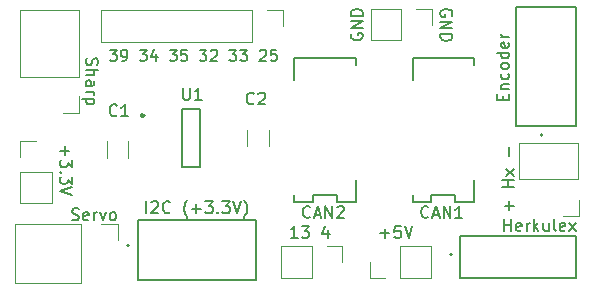
<source format=gbr>
%TF.GenerationSoftware,KiCad,Pcbnew,7.0.11-2.fc39*%
%TF.CreationDate,2024-04-04T23:01:03+02:00*%
%TF.ProjectId,WifiCAN,57696669-4341-44e2-9e6b-696361645f70,rev?*%
%TF.SameCoordinates,Original*%
%TF.FileFunction,Legend,Top*%
%TF.FilePolarity,Positive*%
%FSLAX46Y46*%
G04 Gerber Fmt 4.6, Leading zero omitted, Abs format (unit mm)*
G04 Created by KiCad (PCBNEW 7.0.11-2.fc39) date 2024-04-04 23:01:03*
%MOMM*%
%LPD*%
G01*
G04 APERTURE LIST*
%ADD10C,0.150000*%
%ADD11C,0.120000*%
%ADD12C,0.127000*%
%ADD13C,0.200000*%
%ADD14C,0.250000*%
%ADD15C,0.152400*%
G04 APERTURE END LIST*
D10*
X144840261Y-95424188D02*
X144887880Y-95328950D01*
X144887880Y-95328950D02*
X144887880Y-95186093D01*
X144887880Y-95186093D02*
X144840261Y-95043236D01*
X144840261Y-95043236D02*
X144745023Y-94947998D01*
X144745023Y-94947998D02*
X144649785Y-94900379D01*
X144649785Y-94900379D02*
X144459309Y-94852760D01*
X144459309Y-94852760D02*
X144316452Y-94852760D01*
X144316452Y-94852760D02*
X144125976Y-94900379D01*
X144125976Y-94900379D02*
X144030738Y-94947998D01*
X144030738Y-94947998D02*
X143935500Y-95043236D01*
X143935500Y-95043236D02*
X143887880Y-95186093D01*
X143887880Y-95186093D02*
X143887880Y-95281331D01*
X143887880Y-95281331D02*
X143935500Y-95424188D01*
X143935500Y-95424188D02*
X143983119Y-95471807D01*
X143983119Y-95471807D02*
X144316452Y-95471807D01*
X144316452Y-95471807D02*
X144316452Y-95281331D01*
X143887880Y-95900379D02*
X144887880Y-95900379D01*
X144887880Y-95900379D02*
X143887880Y-96471807D01*
X143887880Y-96471807D02*
X144887880Y-96471807D01*
X143887880Y-96947998D02*
X144887880Y-96947998D01*
X144887880Y-96947998D02*
X144887880Y-97186093D01*
X144887880Y-97186093D02*
X144840261Y-97328950D01*
X144840261Y-97328950D02*
X144745023Y-97424188D01*
X144745023Y-97424188D02*
X144649785Y-97471807D01*
X144649785Y-97471807D02*
X144459309Y-97519426D01*
X144459309Y-97519426D02*
X144316452Y-97519426D01*
X144316452Y-97519426D02*
X144125976Y-97471807D01*
X144125976Y-97471807D02*
X144030738Y-97424188D01*
X144030738Y-97424188D02*
X143935500Y-97328950D01*
X143935500Y-97328950D02*
X143887880Y-97186093D01*
X143887880Y-97186093D02*
X143887880Y-96947998D01*
X115892098Y-98289538D02*
X116480193Y-98289538D01*
X116480193Y-98289538D02*
X116163526Y-98651442D01*
X116163526Y-98651442D02*
X116299241Y-98651442D01*
X116299241Y-98651442D02*
X116389717Y-98696680D01*
X116389717Y-98696680D02*
X116434955Y-98741919D01*
X116434955Y-98741919D02*
X116480193Y-98832395D01*
X116480193Y-98832395D02*
X116480193Y-99058585D01*
X116480193Y-99058585D02*
X116434955Y-99149061D01*
X116434955Y-99149061D02*
X116389717Y-99194300D01*
X116389717Y-99194300D02*
X116299241Y-99239538D01*
X116299241Y-99239538D02*
X116027812Y-99239538D01*
X116027812Y-99239538D02*
X115937336Y-99194300D01*
X115937336Y-99194300D02*
X115892098Y-99149061D01*
X116932574Y-99239538D02*
X117113526Y-99239538D01*
X117113526Y-99239538D02*
X117204003Y-99194300D01*
X117204003Y-99194300D02*
X117249241Y-99149061D01*
X117249241Y-99149061D02*
X117339717Y-99013347D01*
X117339717Y-99013347D02*
X117384955Y-98832395D01*
X117384955Y-98832395D02*
X117384955Y-98470490D01*
X117384955Y-98470490D02*
X117339717Y-98380014D01*
X117339717Y-98380014D02*
X117294479Y-98334776D01*
X117294479Y-98334776D02*
X117204003Y-98289538D01*
X117204003Y-98289538D02*
X117023050Y-98289538D01*
X117023050Y-98289538D02*
X116932574Y-98334776D01*
X116932574Y-98334776D02*
X116887336Y-98380014D01*
X116887336Y-98380014D02*
X116842098Y-98470490D01*
X116842098Y-98470490D02*
X116842098Y-98696680D01*
X116842098Y-98696680D02*
X116887336Y-98787157D01*
X116887336Y-98787157D02*
X116932574Y-98832395D01*
X116932574Y-98832395D02*
X117023050Y-98877633D01*
X117023050Y-98877633D02*
X117204003Y-98877633D01*
X117204003Y-98877633D02*
X117294479Y-98832395D01*
X117294479Y-98832395D02*
X117339717Y-98787157D01*
X117339717Y-98787157D02*
X117384955Y-98696680D01*
X118425432Y-98289538D02*
X119013527Y-98289538D01*
X119013527Y-98289538D02*
X118696860Y-98651442D01*
X118696860Y-98651442D02*
X118832575Y-98651442D01*
X118832575Y-98651442D02*
X118923051Y-98696680D01*
X118923051Y-98696680D02*
X118968289Y-98741919D01*
X118968289Y-98741919D02*
X119013527Y-98832395D01*
X119013527Y-98832395D02*
X119013527Y-99058585D01*
X119013527Y-99058585D02*
X118968289Y-99149061D01*
X118968289Y-99149061D02*
X118923051Y-99194300D01*
X118923051Y-99194300D02*
X118832575Y-99239538D01*
X118832575Y-99239538D02*
X118561146Y-99239538D01*
X118561146Y-99239538D02*
X118470670Y-99194300D01*
X118470670Y-99194300D02*
X118425432Y-99149061D01*
X119827813Y-98606204D02*
X119827813Y-99239538D01*
X119601622Y-98244300D02*
X119375432Y-98922871D01*
X119375432Y-98922871D02*
X119963527Y-98922871D01*
X120958766Y-98289538D02*
X121546861Y-98289538D01*
X121546861Y-98289538D02*
X121230194Y-98651442D01*
X121230194Y-98651442D02*
X121365909Y-98651442D01*
X121365909Y-98651442D02*
X121456385Y-98696680D01*
X121456385Y-98696680D02*
X121501623Y-98741919D01*
X121501623Y-98741919D02*
X121546861Y-98832395D01*
X121546861Y-98832395D02*
X121546861Y-99058585D01*
X121546861Y-99058585D02*
X121501623Y-99149061D01*
X121501623Y-99149061D02*
X121456385Y-99194300D01*
X121456385Y-99194300D02*
X121365909Y-99239538D01*
X121365909Y-99239538D02*
X121094480Y-99239538D01*
X121094480Y-99239538D02*
X121004004Y-99194300D01*
X121004004Y-99194300D02*
X120958766Y-99149061D01*
X122406385Y-98289538D02*
X121954004Y-98289538D01*
X121954004Y-98289538D02*
X121908766Y-98741919D01*
X121908766Y-98741919D02*
X121954004Y-98696680D01*
X121954004Y-98696680D02*
X122044480Y-98651442D01*
X122044480Y-98651442D02*
X122270671Y-98651442D01*
X122270671Y-98651442D02*
X122361147Y-98696680D01*
X122361147Y-98696680D02*
X122406385Y-98741919D01*
X122406385Y-98741919D02*
X122451623Y-98832395D01*
X122451623Y-98832395D02*
X122451623Y-99058585D01*
X122451623Y-99058585D02*
X122406385Y-99149061D01*
X122406385Y-99149061D02*
X122361147Y-99194300D01*
X122361147Y-99194300D02*
X122270671Y-99239538D01*
X122270671Y-99239538D02*
X122044480Y-99239538D01*
X122044480Y-99239538D02*
X121954004Y-99194300D01*
X121954004Y-99194300D02*
X121908766Y-99149061D01*
X123492100Y-98289538D02*
X124080195Y-98289538D01*
X124080195Y-98289538D02*
X123763528Y-98651442D01*
X123763528Y-98651442D02*
X123899243Y-98651442D01*
X123899243Y-98651442D02*
X123989719Y-98696680D01*
X123989719Y-98696680D02*
X124034957Y-98741919D01*
X124034957Y-98741919D02*
X124080195Y-98832395D01*
X124080195Y-98832395D02*
X124080195Y-99058585D01*
X124080195Y-99058585D02*
X124034957Y-99149061D01*
X124034957Y-99149061D02*
X123989719Y-99194300D01*
X123989719Y-99194300D02*
X123899243Y-99239538D01*
X123899243Y-99239538D02*
X123627814Y-99239538D01*
X123627814Y-99239538D02*
X123537338Y-99194300D01*
X123537338Y-99194300D02*
X123492100Y-99149061D01*
X124442100Y-98380014D02*
X124487338Y-98334776D01*
X124487338Y-98334776D02*
X124577814Y-98289538D01*
X124577814Y-98289538D02*
X124804005Y-98289538D01*
X124804005Y-98289538D02*
X124894481Y-98334776D01*
X124894481Y-98334776D02*
X124939719Y-98380014D01*
X124939719Y-98380014D02*
X124984957Y-98470490D01*
X124984957Y-98470490D02*
X124984957Y-98560966D01*
X124984957Y-98560966D02*
X124939719Y-98696680D01*
X124939719Y-98696680D02*
X124396862Y-99239538D01*
X124396862Y-99239538D02*
X124984957Y-99239538D01*
X126025434Y-98289538D02*
X126613529Y-98289538D01*
X126613529Y-98289538D02*
X126296862Y-98651442D01*
X126296862Y-98651442D02*
X126432577Y-98651442D01*
X126432577Y-98651442D02*
X126523053Y-98696680D01*
X126523053Y-98696680D02*
X126568291Y-98741919D01*
X126568291Y-98741919D02*
X126613529Y-98832395D01*
X126613529Y-98832395D02*
X126613529Y-99058585D01*
X126613529Y-99058585D02*
X126568291Y-99149061D01*
X126568291Y-99149061D02*
X126523053Y-99194300D01*
X126523053Y-99194300D02*
X126432577Y-99239538D01*
X126432577Y-99239538D02*
X126161148Y-99239538D01*
X126161148Y-99239538D02*
X126070672Y-99194300D01*
X126070672Y-99194300D02*
X126025434Y-99149061D01*
X126930196Y-98289538D02*
X127518291Y-98289538D01*
X127518291Y-98289538D02*
X127201624Y-98651442D01*
X127201624Y-98651442D02*
X127337339Y-98651442D01*
X127337339Y-98651442D02*
X127427815Y-98696680D01*
X127427815Y-98696680D02*
X127473053Y-98741919D01*
X127473053Y-98741919D02*
X127518291Y-98832395D01*
X127518291Y-98832395D02*
X127518291Y-99058585D01*
X127518291Y-99058585D02*
X127473053Y-99149061D01*
X127473053Y-99149061D02*
X127427815Y-99194300D01*
X127427815Y-99194300D02*
X127337339Y-99239538D01*
X127337339Y-99239538D02*
X127065910Y-99239538D01*
X127065910Y-99239538D02*
X126975434Y-99194300D01*
X126975434Y-99194300D02*
X126930196Y-99149061D01*
X128604006Y-98380014D02*
X128649244Y-98334776D01*
X128649244Y-98334776D02*
X128739720Y-98289538D01*
X128739720Y-98289538D02*
X128965911Y-98289538D01*
X128965911Y-98289538D02*
X129056387Y-98334776D01*
X129056387Y-98334776D02*
X129101625Y-98380014D01*
X129101625Y-98380014D02*
X129146863Y-98470490D01*
X129146863Y-98470490D02*
X129146863Y-98560966D01*
X129146863Y-98560966D02*
X129101625Y-98696680D01*
X129101625Y-98696680D02*
X128558768Y-99239538D01*
X128558768Y-99239538D02*
X129146863Y-99239538D01*
X130006387Y-98289538D02*
X129554006Y-98289538D01*
X129554006Y-98289538D02*
X129508768Y-98741919D01*
X129508768Y-98741919D02*
X129554006Y-98696680D01*
X129554006Y-98696680D02*
X129644482Y-98651442D01*
X129644482Y-98651442D02*
X129870673Y-98651442D01*
X129870673Y-98651442D02*
X129961149Y-98696680D01*
X129961149Y-98696680D02*
X130006387Y-98741919D01*
X130006387Y-98741919D02*
X130051625Y-98832395D01*
X130051625Y-98832395D02*
X130051625Y-99058585D01*
X130051625Y-99058585D02*
X130006387Y-99149061D01*
X130006387Y-99149061D02*
X129961149Y-99194300D01*
X129961149Y-99194300D02*
X129870673Y-99239538D01*
X129870673Y-99239538D02*
X129644482Y-99239538D01*
X129644482Y-99239538D02*
X129554006Y-99194300D01*
X129554006Y-99194300D02*
X129508768Y-99149061D01*
X112083833Y-106463600D02*
X112083833Y-107225505D01*
X111702880Y-106844552D02*
X112464785Y-106844552D01*
X112702880Y-107606457D02*
X112702880Y-108225504D01*
X112702880Y-108225504D02*
X112321928Y-107892171D01*
X112321928Y-107892171D02*
X112321928Y-108035028D01*
X112321928Y-108035028D02*
X112274309Y-108130266D01*
X112274309Y-108130266D02*
X112226690Y-108177885D01*
X112226690Y-108177885D02*
X112131452Y-108225504D01*
X112131452Y-108225504D02*
X111893357Y-108225504D01*
X111893357Y-108225504D02*
X111798119Y-108177885D01*
X111798119Y-108177885D02*
X111750500Y-108130266D01*
X111750500Y-108130266D02*
X111702880Y-108035028D01*
X111702880Y-108035028D02*
X111702880Y-107749314D01*
X111702880Y-107749314D02*
X111750500Y-107654076D01*
X111750500Y-107654076D02*
X111798119Y-107606457D01*
X111798119Y-108654076D02*
X111750500Y-108701695D01*
X111750500Y-108701695D02*
X111702880Y-108654076D01*
X111702880Y-108654076D02*
X111750500Y-108606457D01*
X111750500Y-108606457D02*
X111798119Y-108654076D01*
X111798119Y-108654076D02*
X111702880Y-108654076D01*
X112702880Y-109035028D02*
X112702880Y-109654075D01*
X112702880Y-109654075D02*
X112321928Y-109320742D01*
X112321928Y-109320742D02*
X112321928Y-109463599D01*
X112321928Y-109463599D02*
X112274309Y-109558837D01*
X112274309Y-109558837D02*
X112226690Y-109606456D01*
X112226690Y-109606456D02*
X112131452Y-109654075D01*
X112131452Y-109654075D02*
X111893357Y-109654075D01*
X111893357Y-109654075D02*
X111798119Y-109606456D01*
X111798119Y-109606456D02*
X111750500Y-109558837D01*
X111750500Y-109558837D02*
X111702880Y-109463599D01*
X111702880Y-109463599D02*
X111702880Y-109177885D01*
X111702880Y-109177885D02*
X111750500Y-109082647D01*
X111750500Y-109082647D02*
X111798119Y-109035028D01*
X112702880Y-109939790D02*
X111702880Y-110273123D01*
X111702880Y-110273123D02*
X112702880Y-110606456D01*
X138806986Y-113837466D02*
X139568891Y-113837466D01*
X139187938Y-114218419D02*
X139187938Y-113456514D01*
X140521271Y-113218419D02*
X140045081Y-113218419D01*
X140045081Y-113218419D02*
X139997462Y-113694609D01*
X139997462Y-113694609D02*
X140045081Y-113646990D01*
X140045081Y-113646990D02*
X140140319Y-113599371D01*
X140140319Y-113599371D02*
X140378414Y-113599371D01*
X140378414Y-113599371D02*
X140473652Y-113646990D01*
X140473652Y-113646990D02*
X140521271Y-113694609D01*
X140521271Y-113694609D02*
X140568890Y-113789847D01*
X140568890Y-113789847D02*
X140568890Y-114027942D01*
X140568890Y-114027942D02*
X140521271Y-114123180D01*
X140521271Y-114123180D02*
X140473652Y-114170800D01*
X140473652Y-114170800D02*
X140378414Y-114218419D01*
X140378414Y-114218419D02*
X140140319Y-114218419D01*
X140140319Y-114218419D02*
X140045081Y-114170800D01*
X140045081Y-114170800D02*
X139997462Y-114123180D01*
X140854605Y-113218419D02*
X141187938Y-114218419D01*
X141187938Y-114218419D02*
X141521271Y-113218419D01*
X136360138Y-96925504D02*
X136312519Y-97020742D01*
X136312519Y-97020742D02*
X136312519Y-97163599D01*
X136312519Y-97163599D02*
X136360138Y-97306456D01*
X136360138Y-97306456D02*
X136455376Y-97401694D01*
X136455376Y-97401694D02*
X136550614Y-97449313D01*
X136550614Y-97449313D02*
X136741090Y-97496932D01*
X136741090Y-97496932D02*
X136883947Y-97496932D01*
X136883947Y-97496932D02*
X137074423Y-97449313D01*
X137074423Y-97449313D02*
X137169661Y-97401694D01*
X137169661Y-97401694D02*
X137264900Y-97306456D01*
X137264900Y-97306456D02*
X137312519Y-97163599D01*
X137312519Y-97163599D02*
X137312519Y-97068361D01*
X137312519Y-97068361D02*
X137264900Y-96925504D01*
X137264900Y-96925504D02*
X137217280Y-96877885D01*
X137217280Y-96877885D02*
X136883947Y-96877885D01*
X136883947Y-96877885D02*
X136883947Y-97068361D01*
X137312519Y-96449313D02*
X136312519Y-96449313D01*
X136312519Y-96449313D02*
X137312519Y-95877885D01*
X137312519Y-95877885D02*
X136312519Y-95877885D01*
X137312519Y-95401694D02*
X136312519Y-95401694D01*
X136312519Y-95401694D02*
X136312519Y-95163599D01*
X136312519Y-95163599D02*
X136360138Y-95020742D01*
X136360138Y-95020742D02*
X136455376Y-94925504D01*
X136455376Y-94925504D02*
X136550614Y-94877885D01*
X136550614Y-94877885D02*
X136741090Y-94830266D01*
X136741090Y-94830266D02*
X136883947Y-94830266D01*
X136883947Y-94830266D02*
X137074423Y-94877885D01*
X137074423Y-94877885D02*
X137169661Y-94925504D01*
X137169661Y-94925504D02*
X137264900Y-95020742D01*
X137264900Y-95020742D02*
X137312519Y-95163599D01*
X137312519Y-95163599D02*
X137312519Y-95401694D01*
X113950500Y-99011219D02*
X113902880Y-99154076D01*
X113902880Y-99154076D02*
X113902880Y-99392171D01*
X113902880Y-99392171D02*
X113950500Y-99487409D01*
X113950500Y-99487409D02*
X113998119Y-99535028D01*
X113998119Y-99535028D02*
X114093357Y-99582647D01*
X114093357Y-99582647D02*
X114188595Y-99582647D01*
X114188595Y-99582647D02*
X114283833Y-99535028D01*
X114283833Y-99535028D02*
X114331452Y-99487409D01*
X114331452Y-99487409D02*
X114379071Y-99392171D01*
X114379071Y-99392171D02*
X114426690Y-99201695D01*
X114426690Y-99201695D02*
X114474309Y-99106457D01*
X114474309Y-99106457D02*
X114521928Y-99058838D01*
X114521928Y-99058838D02*
X114617166Y-99011219D01*
X114617166Y-99011219D02*
X114712404Y-99011219D01*
X114712404Y-99011219D02*
X114807642Y-99058838D01*
X114807642Y-99058838D02*
X114855261Y-99106457D01*
X114855261Y-99106457D02*
X114902880Y-99201695D01*
X114902880Y-99201695D02*
X114902880Y-99439790D01*
X114902880Y-99439790D02*
X114855261Y-99582647D01*
X113902880Y-100011219D02*
X114902880Y-100011219D01*
X113902880Y-100439790D02*
X114426690Y-100439790D01*
X114426690Y-100439790D02*
X114521928Y-100392171D01*
X114521928Y-100392171D02*
X114569547Y-100296933D01*
X114569547Y-100296933D02*
X114569547Y-100154076D01*
X114569547Y-100154076D02*
X114521928Y-100058838D01*
X114521928Y-100058838D02*
X114474309Y-100011219D01*
X113902880Y-101344552D02*
X114426690Y-101344552D01*
X114426690Y-101344552D02*
X114521928Y-101296933D01*
X114521928Y-101296933D02*
X114569547Y-101201695D01*
X114569547Y-101201695D02*
X114569547Y-101011219D01*
X114569547Y-101011219D02*
X114521928Y-100915981D01*
X113950500Y-101344552D02*
X113902880Y-101249314D01*
X113902880Y-101249314D02*
X113902880Y-101011219D01*
X113902880Y-101011219D02*
X113950500Y-100915981D01*
X113950500Y-100915981D02*
X114045738Y-100868362D01*
X114045738Y-100868362D02*
X114140976Y-100868362D01*
X114140976Y-100868362D02*
X114236214Y-100915981D01*
X114236214Y-100915981D02*
X114283833Y-101011219D01*
X114283833Y-101011219D02*
X114283833Y-101249314D01*
X114283833Y-101249314D02*
X114331452Y-101344552D01*
X113902880Y-101820743D02*
X114569547Y-101820743D01*
X114379071Y-101820743D02*
X114474309Y-101868362D01*
X114474309Y-101868362D02*
X114521928Y-101915981D01*
X114521928Y-101915981D02*
X114569547Y-102011219D01*
X114569547Y-102011219D02*
X114569547Y-102106457D01*
X114569547Y-102439791D02*
X113569547Y-102439791D01*
X114521928Y-102439791D02*
X114569547Y-102535029D01*
X114569547Y-102535029D02*
X114569547Y-102725505D01*
X114569547Y-102725505D02*
X114521928Y-102820743D01*
X114521928Y-102820743D02*
X114474309Y-102868362D01*
X114474309Y-102868362D02*
X114379071Y-102915981D01*
X114379071Y-102915981D02*
X114093357Y-102915981D01*
X114093357Y-102915981D02*
X113998119Y-102868362D01*
X113998119Y-102868362D02*
X113950500Y-102820743D01*
X113950500Y-102820743D02*
X113902880Y-102725505D01*
X113902880Y-102725505D02*
X113902880Y-102535029D01*
X113902880Y-102535029D02*
X113950500Y-102439791D01*
X116492964Y-103819380D02*
X116445345Y-103867000D01*
X116445345Y-103867000D02*
X116302488Y-103914619D01*
X116302488Y-103914619D02*
X116207250Y-103914619D01*
X116207250Y-103914619D02*
X116064393Y-103867000D01*
X116064393Y-103867000D02*
X115969155Y-103771761D01*
X115969155Y-103771761D02*
X115921536Y-103676523D01*
X115921536Y-103676523D02*
X115873917Y-103486047D01*
X115873917Y-103486047D02*
X115873917Y-103343190D01*
X115873917Y-103343190D02*
X115921536Y-103152714D01*
X115921536Y-103152714D02*
X115969155Y-103057476D01*
X115969155Y-103057476D02*
X116064393Y-102962238D01*
X116064393Y-102962238D02*
X116207250Y-102914619D01*
X116207250Y-102914619D02*
X116302488Y-102914619D01*
X116302488Y-102914619D02*
X116445345Y-102962238D01*
X116445345Y-102962238D02*
X116492964Y-103009857D01*
X117445345Y-103914619D02*
X116873917Y-103914619D01*
X117159631Y-103914619D02*
X117159631Y-102914619D01*
X117159631Y-102914619D02*
X117064393Y-103057476D01*
X117064393Y-103057476D02*
X116969155Y-103152714D01*
X116969155Y-103152714D02*
X116873917Y-103200333D01*
X128092964Y-102819380D02*
X128045345Y-102867000D01*
X128045345Y-102867000D02*
X127902488Y-102914619D01*
X127902488Y-102914619D02*
X127807250Y-102914619D01*
X127807250Y-102914619D02*
X127664393Y-102867000D01*
X127664393Y-102867000D02*
X127569155Y-102771761D01*
X127569155Y-102771761D02*
X127521536Y-102676523D01*
X127521536Y-102676523D02*
X127473917Y-102486047D01*
X127473917Y-102486047D02*
X127473917Y-102343190D01*
X127473917Y-102343190D02*
X127521536Y-102152714D01*
X127521536Y-102152714D02*
X127569155Y-102057476D01*
X127569155Y-102057476D02*
X127664393Y-101962238D01*
X127664393Y-101962238D02*
X127807250Y-101914619D01*
X127807250Y-101914619D02*
X127902488Y-101914619D01*
X127902488Y-101914619D02*
X128045345Y-101962238D01*
X128045345Y-101962238D02*
X128092964Y-102009857D01*
X128473917Y-102009857D02*
X128521536Y-101962238D01*
X128521536Y-101962238D02*
X128616774Y-101914619D01*
X128616774Y-101914619D02*
X128854869Y-101914619D01*
X128854869Y-101914619D02*
X128950107Y-101962238D01*
X128950107Y-101962238D02*
X128997726Y-102009857D01*
X128997726Y-102009857D02*
X129045345Y-102105095D01*
X129045345Y-102105095D02*
X129045345Y-102200333D01*
X129045345Y-102200333D02*
X128997726Y-102343190D01*
X128997726Y-102343190D02*
X128426298Y-102914619D01*
X128426298Y-102914619D02*
X129045345Y-102914619D01*
X118995795Y-112118419D02*
X118995795Y-111118419D01*
X119424366Y-111213657D02*
X119471985Y-111166038D01*
X119471985Y-111166038D02*
X119567223Y-111118419D01*
X119567223Y-111118419D02*
X119805318Y-111118419D01*
X119805318Y-111118419D02*
X119900556Y-111166038D01*
X119900556Y-111166038D02*
X119948175Y-111213657D01*
X119948175Y-111213657D02*
X119995794Y-111308895D01*
X119995794Y-111308895D02*
X119995794Y-111404133D01*
X119995794Y-111404133D02*
X119948175Y-111546990D01*
X119948175Y-111546990D02*
X119376747Y-112118419D01*
X119376747Y-112118419D02*
X119995794Y-112118419D01*
X120995794Y-112023180D02*
X120948175Y-112070800D01*
X120948175Y-112070800D02*
X120805318Y-112118419D01*
X120805318Y-112118419D02*
X120710080Y-112118419D01*
X120710080Y-112118419D02*
X120567223Y-112070800D01*
X120567223Y-112070800D02*
X120471985Y-111975561D01*
X120471985Y-111975561D02*
X120424366Y-111880323D01*
X120424366Y-111880323D02*
X120376747Y-111689847D01*
X120376747Y-111689847D02*
X120376747Y-111546990D01*
X120376747Y-111546990D02*
X120424366Y-111356514D01*
X120424366Y-111356514D02*
X120471985Y-111261276D01*
X120471985Y-111261276D02*
X120567223Y-111166038D01*
X120567223Y-111166038D02*
X120710080Y-111118419D01*
X120710080Y-111118419D02*
X120805318Y-111118419D01*
X120805318Y-111118419D02*
X120948175Y-111166038D01*
X120948175Y-111166038D02*
X120995794Y-111213657D01*
X122471985Y-112499371D02*
X122424366Y-112451752D01*
X122424366Y-112451752D02*
X122329128Y-112308895D01*
X122329128Y-112308895D02*
X122281509Y-112213657D01*
X122281509Y-112213657D02*
X122233890Y-112070800D01*
X122233890Y-112070800D02*
X122186271Y-111832704D01*
X122186271Y-111832704D02*
X122186271Y-111642228D01*
X122186271Y-111642228D02*
X122233890Y-111404133D01*
X122233890Y-111404133D02*
X122281509Y-111261276D01*
X122281509Y-111261276D02*
X122329128Y-111166038D01*
X122329128Y-111166038D02*
X122424366Y-111023180D01*
X122424366Y-111023180D02*
X122471985Y-110975561D01*
X122852938Y-111737466D02*
X123614843Y-111737466D01*
X123233890Y-112118419D02*
X123233890Y-111356514D01*
X123995795Y-111118419D02*
X124614842Y-111118419D01*
X124614842Y-111118419D02*
X124281509Y-111499371D01*
X124281509Y-111499371D02*
X124424366Y-111499371D01*
X124424366Y-111499371D02*
X124519604Y-111546990D01*
X124519604Y-111546990D02*
X124567223Y-111594609D01*
X124567223Y-111594609D02*
X124614842Y-111689847D01*
X124614842Y-111689847D02*
X124614842Y-111927942D01*
X124614842Y-111927942D02*
X124567223Y-112023180D01*
X124567223Y-112023180D02*
X124519604Y-112070800D01*
X124519604Y-112070800D02*
X124424366Y-112118419D01*
X124424366Y-112118419D02*
X124138652Y-112118419D01*
X124138652Y-112118419D02*
X124043414Y-112070800D01*
X124043414Y-112070800D02*
X123995795Y-112023180D01*
X125043414Y-112023180D02*
X125091033Y-112070800D01*
X125091033Y-112070800D02*
X125043414Y-112118419D01*
X125043414Y-112118419D02*
X124995795Y-112070800D01*
X124995795Y-112070800D02*
X125043414Y-112023180D01*
X125043414Y-112023180D02*
X125043414Y-112118419D01*
X125424366Y-111118419D02*
X126043413Y-111118419D01*
X126043413Y-111118419D02*
X125710080Y-111499371D01*
X125710080Y-111499371D02*
X125852937Y-111499371D01*
X125852937Y-111499371D02*
X125948175Y-111546990D01*
X125948175Y-111546990D02*
X125995794Y-111594609D01*
X125995794Y-111594609D02*
X126043413Y-111689847D01*
X126043413Y-111689847D02*
X126043413Y-111927942D01*
X126043413Y-111927942D02*
X125995794Y-112023180D01*
X125995794Y-112023180D02*
X125948175Y-112070800D01*
X125948175Y-112070800D02*
X125852937Y-112118419D01*
X125852937Y-112118419D02*
X125567223Y-112118419D01*
X125567223Y-112118419D02*
X125471985Y-112070800D01*
X125471985Y-112070800D02*
X125424366Y-112023180D01*
X126329128Y-111118419D02*
X126662461Y-112118419D01*
X126662461Y-112118419D02*
X126995794Y-111118419D01*
X127233890Y-112499371D02*
X127281509Y-112451752D01*
X127281509Y-112451752D02*
X127376747Y-112308895D01*
X127376747Y-112308895D02*
X127424366Y-112213657D01*
X127424366Y-112213657D02*
X127471985Y-112070800D01*
X127471985Y-112070800D02*
X127519604Y-111832704D01*
X127519604Y-111832704D02*
X127519604Y-111642228D01*
X127519604Y-111642228D02*
X127471985Y-111404133D01*
X127471985Y-111404133D02*
X127424366Y-111261276D01*
X127424366Y-111261276D02*
X127376747Y-111166038D01*
X127376747Y-111166038D02*
X127281509Y-111023180D01*
X127281509Y-111023180D02*
X127233890Y-110975561D01*
X122096410Y-101529619D02*
X122096410Y-102339142D01*
X122096410Y-102339142D02*
X122144029Y-102434380D01*
X122144029Y-102434380D02*
X122191648Y-102482000D01*
X122191648Y-102482000D02*
X122286886Y-102529619D01*
X122286886Y-102529619D02*
X122477362Y-102529619D01*
X122477362Y-102529619D02*
X122572600Y-102482000D01*
X122572600Y-102482000D02*
X122620219Y-102434380D01*
X122620219Y-102434380D02*
X122667838Y-102339142D01*
X122667838Y-102339142D02*
X122667838Y-101529619D01*
X123667838Y-102529619D02*
X123096410Y-102529619D01*
X123382124Y-102529619D02*
X123382124Y-101529619D01*
X123382124Y-101529619D02*
X123286886Y-101672476D01*
X123286886Y-101672476D02*
X123191648Y-101767714D01*
X123191648Y-101767714D02*
X123096410Y-101815333D01*
X132865907Y-112438180D02*
X132818288Y-112485800D01*
X132818288Y-112485800D02*
X132675431Y-112533419D01*
X132675431Y-112533419D02*
X132580193Y-112533419D01*
X132580193Y-112533419D02*
X132437336Y-112485800D01*
X132437336Y-112485800D02*
X132342098Y-112390561D01*
X132342098Y-112390561D02*
X132294479Y-112295323D01*
X132294479Y-112295323D02*
X132246860Y-112104847D01*
X132246860Y-112104847D02*
X132246860Y-111961990D01*
X132246860Y-111961990D02*
X132294479Y-111771514D01*
X132294479Y-111771514D02*
X132342098Y-111676276D01*
X132342098Y-111676276D02*
X132437336Y-111581038D01*
X132437336Y-111581038D02*
X132580193Y-111533419D01*
X132580193Y-111533419D02*
X132675431Y-111533419D01*
X132675431Y-111533419D02*
X132818288Y-111581038D01*
X132818288Y-111581038D02*
X132865907Y-111628657D01*
X133246860Y-112247704D02*
X133723050Y-112247704D01*
X133151622Y-112533419D02*
X133484955Y-111533419D01*
X133484955Y-111533419D02*
X133818288Y-112533419D01*
X134151622Y-112533419D02*
X134151622Y-111533419D01*
X134151622Y-111533419D02*
X134723050Y-112533419D01*
X134723050Y-112533419D02*
X134723050Y-111533419D01*
X135151622Y-111628657D02*
X135199241Y-111581038D01*
X135199241Y-111581038D02*
X135294479Y-111533419D01*
X135294479Y-111533419D02*
X135532574Y-111533419D01*
X135532574Y-111533419D02*
X135627812Y-111581038D01*
X135627812Y-111581038D02*
X135675431Y-111628657D01*
X135675431Y-111628657D02*
X135723050Y-111723895D01*
X135723050Y-111723895D02*
X135723050Y-111819133D01*
X135723050Y-111819133D02*
X135675431Y-111961990D01*
X135675431Y-111961990D02*
X135104003Y-112533419D01*
X135104003Y-112533419D02*
X135723050Y-112533419D01*
X131810080Y-114218419D02*
X131238652Y-114218419D01*
X131524366Y-114218419D02*
X131524366Y-113218419D01*
X131524366Y-113218419D02*
X131429128Y-113361276D01*
X131429128Y-113361276D02*
X131333890Y-113456514D01*
X131333890Y-113456514D02*
X131238652Y-113504133D01*
X132143414Y-113218419D02*
X132762461Y-113218419D01*
X132762461Y-113218419D02*
X132429128Y-113599371D01*
X132429128Y-113599371D02*
X132571985Y-113599371D01*
X132571985Y-113599371D02*
X132667223Y-113646990D01*
X132667223Y-113646990D02*
X132714842Y-113694609D01*
X132714842Y-113694609D02*
X132762461Y-113789847D01*
X132762461Y-113789847D02*
X132762461Y-114027942D01*
X132762461Y-114027942D02*
X132714842Y-114123180D01*
X132714842Y-114123180D02*
X132667223Y-114170800D01*
X132667223Y-114170800D02*
X132571985Y-114218419D01*
X132571985Y-114218419D02*
X132286271Y-114218419D01*
X132286271Y-114218419D02*
X132191033Y-114170800D01*
X132191033Y-114170800D02*
X132143414Y-114123180D01*
X134381509Y-113551752D02*
X134381509Y-114218419D01*
X134143414Y-113170800D02*
X133905319Y-113885085D01*
X133905319Y-113885085D02*
X134524366Y-113885085D01*
X149731566Y-111891367D02*
X149731566Y-111129463D01*
X150112519Y-111510415D02*
X149350614Y-111510415D01*
X150112519Y-109891367D02*
X149112519Y-109891367D01*
X149588709Y-109891367D02*
X149588709Y-109319939D01*
X150112519Y-109319939D02*
X149112519Y-109319939D01*
X150112519Y-108938986D02*
X149445852Y-108415177D01*
X149445852Y-108938986D02*
X150112519Y-108415177D01*
X149731566Y-107272319D02*
X149731566Y-106510415D01*
X112700557Y-112670800D02*
X112843414Y-112718419D01*
X112843414Y-112718419D02*
X113081509Y-112718419D01*
X113081509Y-112718419D02*
X113176747Y-112670800D01*
X113176747Y-112670800D02*
X113224366Y-112623180D01*
X113224366Y-112623180D02*
X113271985Y-112527942D01*
X113271985Y-112527942D02*
X113271985Y-112432704D01*
X113271985Y-112432704D02*
X113224366Y-112337466D01*
X113224366Y-112337466D02*
X113176747Y-112289847D01*
X113176747Y-112289847D02*
X113081509Y-112242228D01*
X113081509Y-112242228D02*
X112891033Y-112194609D01*
X112891033Y-112194609D02*
X112795795Y-112146990D01*
X112795795Y-112146990D02*
X112748176Y-112099371D01*
X112748176Y-112099371D02*
X112700557Y-112004133D01*
X112700557Y-112004133D02*
X112700557Y-111908895D01*
X112700557Y-111908895D02*
X112748176Y-111813657D01*
X112748176Y-111813657D02*
X112795795Y-111766038D01*
X112795795Y-111766038D02*
X112891033Y-111718419D01*
X112891033Y-111718419D02*
X113129128Y-111718419D01*
X113129128Y-111718419D02*
X113271985Y-111766038D01*
X114081509Y-112670800D02*
X113986271Y-112718419D01*
X113986271Y-112718419D02*
X113795795Y-112718419D01*
X113795795Y-112718419D02*
X113700557Y-112670800D01*
X113700557Y-112670800D02*
X113652938Y-112575561D01*
X113652938Y-112575561D02*
X113652938Y-112194609D01*
X113652938Y-112194609D02*
X113700557Y-112099371D01*
X113700557Y-112099371D02*
X113795795Y-112051752D01*
X113795795Y-112051752D02*
X113986271Y-112051752D01*
X113986271Y-112051752D02*
X114081509Y-112099371D01*
X114081509Y-112099371D02*
X114129128Y-112194609D01*
X114129128Y-112194609D02*
X114129128Y-112289847D01*
X114129128Y-112289847D02*
X113652938Y-112385085D01*
X114557700Y-112718419D02*
X114557700Y-112051752D01*
X114557700Y-112242228D02*
X114605319Y-112146990D01*
X114605319Y-112146990D02*
X114652938Y-112099371D01*
X114652938Y-112099371D02*
X114748176Y-112051752D01*
X114748176Y-112051752D02*
X114843414Y-112051752D01*
X115081510Y-112051752D02*
X115319605Y-112718419D01*
X115319605Y-112718419D02*
X115557700Y-112051752D01*
X116081510Y-112718419D02*
X115986272Y-112670800D01*
X115986272Y-112670800D02*
X115938653Y-112623180D01*
X115938653Y-112623180D02*
X115891034Y-112527942D01*
X115891034Y-112527942D02*
X115891034Y-112242228D01*
X115891034Y-112242228D02*
X115938653Y-112146990D01*
X115938653Y-112146990D02*
X115986272Y-112099371D01*
X115986272Y-112099371D02*
X116081510Y-112051752D01*
X116081510Y-112051752D02*
X116224367Y-112051752D01*
X116224367Y-112051752D02*
X116319605Y-112099371D01*
X116319605Y-112099371D02*
X116367224Y-112146990D01*
X116367224Y-112146990D02*
X116414843Y-112242228D01*
X116414843Y-112242228D02*
X116414843Y-112527942D01*
X116414843Y-112527942D02*
X116367224Y-112623180D01*
X116367224Y-112623180D02*
X116319605Y-112670800D01*
X116319605Y-112670800D02*
X116224367Y-112718419D01*
X116224367Y-112718419D02*
X116081510Y-112718419D01*
X142865907Y-112438180D02*
X142818288Y-112485800D01*
X142818288Y-112485800D02*
X142675431Y-112533419D01*
X142675431Y-112533419D02*
X142580193Y-112533419D01*
X142580193Y-112533419D02*
X142437336Y-112485800D01*
X142437336Y-112485800D02*
X142342098Y-112390561D01*
X142342098Y-112390561D02*
X142294479Y-112295323D01*
X142294479Y-112295323D02*
X142246860Y-112104847D01*
X142246860Y-112104847D02*
X142246860Y-111961990D01*
X142246860Y-111961990D02*
X142294479Y-111771514D01*
X142294479Y-111771514D02*
X142342098Y-111676276D01*
X142342098Y-111676276D02*
X142437336Y-111581038D01*
X142437336Y-111581038D02*
X142580193Y-111533419D01*
X142580193Y-111533419D02*
X142675431Y-111533419D01*
X142675431Y-111533419D02*
X142818288Y-111581038D01*
X142818288Y-111581038D02*
X142865907Y-111628657D01*
X143246860Y-112247704D02*
X143723050Y-112247704D01*
X143151622Y-112533419D02*
X143484955Y-111533419D01*
X143484955Y-111533419D02*
X143818288Y-112533419D01*
X144151622Y-112533419D02*
X144151622Y-111533419D01*
X144151622Y-111533419D02*
X144723050Y-112533419D01*
X144723050Y-112533419D02*
X144723050Y-111533419D01*
X145723050Y-112533419D02*
X145151622Y-112533419D01*
X145437336Y-112533419D02*
X145437336Y-111533419D01*
X145437336Y-111533419D02*
X145342098Y-111676276D01*
X145342098Y-111676276D02*
X145246860Y-111771514D01*
X145246860Y-111771514D02*
X145151622Y-111819133D01*
X149281509Y-113618419D02*
X149281509Y-112618419D01*
X149281509Y-113094609D02*
X149852937Y-113094609D01*
X149852937Y-113618419D02*
X149852937Y-112618419D01*
X150710080Y-113570800D02*
X150614842Y-113618419D01*
X150614842Y-113618419D02*
X150424366Y-113618419D01*
X150424366Y-113618419D02*
X150329128Y-113570800D01*
X150329128Y-113570800D02*
X150281509Y-113475561D01*
X150281509Y-113475561D02*
X150281509Y-113094609D01*
X150281509Y-113094609D02*
X150329128Y-112999371D01*
X150329128Y-112999371D02*
X150424366Y-112951752D01*
X150424366Y-112951752D02*
X150614842Y-112951752D01*
X150614842Y-112951752D02*
X150710080Y-112999371D01*
X150710080Y-112999371D02*
X150757699Y-113094609D01*
X150757699Y-113094609D02*
X150757699Y-113189847D01*
X150757699Y-113189847D02*
X150281509Y-113285085D01*
X151186271Y-113618419D02*
X151186271Y-112951752D01*
X151186271Y-113142228D02*
X151233890Y-113046990D01*
X151233890Y-113046990D02*
X151281509Y-112999371D01*
X151281509Y-112999371D02*
X151376747Y-112951752D01*
X151376747Y-112951752D02*
X151471985Y-112951752D01*
X151805319Y-113618419D02*
X151805319Y-112618419D01*
X151900557Y-113237466D02*
X152186271Y-113618419D01*
X152186271Y-112951752D02*
X151805319Y-113332704D01*
X153043414Y-112951752D02*
X153043414Y-113618419D01*
X152614843Y-112951752D02*
X152614843Y-113475561D01*
X152614843Y-113475561D02*
X152662462Y-113570800D01*
X152662462Y-113570800D02*
X152757700Y-113618419D01*
X152757700Y-113618419D02*
X152900557Y-113618419D01*
X152900557Y-113618419D02*
X152995795Y-113570800D01*
X152995795Y-113570800D02*
X153043414Y-113523180D01*
X153662462Y-113618419D02*
X153567224Y-113570800D01*
X153567224Y-113570800D02*
X153519605Y-113475561D01*
X153519605Y-113475561D02*
X153519605Y-112618419D01*
X154424367Y-113570800D02*
X154329129Y-113618419D01*
X154329129Y-113618419D02*
X154138653Y-113618419D01*
X154138653Y-113618419D02*
X154043415Y-113570800D01*
X154043415Y-113570800D02*
X153995796Y-113475561D01*
X153995796Y-113475561D02*
X153995796Y-113094609D01*
X153995796Y-113094609D02*
X154043415Y-112999371D01*
X154043415Y-112999371D02*
X154138653Y-112951752D01*
X154138653Y-112951752D02*
X154329129Y-112951752D01*
X154329129Y-112951752D02*
X154424367Y-112999371D01*
X154424367Y-112999371D02*
X154471986Y-113094609D01*
X154471986Y-113094609D02*
X154471986Y-113189847D01*
X154471986Y-113189847D02*
X153995796Y-113285085D01*
X154805320Y-113618419D02*
X155329129Y-112951752D01*
X154805320Y-112951752D02*
X155329129Y-113618419D01*
X149171705Y-102539195D02*
X149171705Y-102205862D01*
X149695515Y-102063005D02*
X149695515Y-102539195D01*
X149695515Y-102539195D02*
X148695515Y-102539195D01*
X148695515Y-102539195D02*
X148695515Y-102063005D01*
X149028848Y-101634433D02*
X149695515Y-101634433D01*
X149124086Y-101634433D02*
X149076467Y-101586814D01*
X149076467Y-101586814D02*
X149028848Y-101491576D01*
X149028848Y-101491576D02*
X149028848Y-101348719D01*
X149028848Y-101348719D02*
X149076467Y-101253481D01*
X149076467Y-101253481D02*
X149171705Y-101205862D01*
X149171705Y-101205862D02*
X149695515Y-101205862D01*
X149647896Y-100301100D02*
X149695515Y-100396338D01*
X149695515Y-100396338D02*
X149695515Y-100586814D01*
X149695515Y-100586814D02*
X149647896Y-100682052D01*
X149647896Y-100682052D02*
X149600276Y-100729671D01*
X149600276Y-100729671D02*
X149505038Y-100777290D01*
X149505038Y-100777290D02*
X149219324Y-100777290D01*
X149219324Y-100777290D02*
X149124086Y-100729671D01*
X149124086Y-100729671D02*
X149076467Y-100682052D01*
X149076467Y-100682052D02*
X149028848Y-100586814D01*
X149028848Y-100586814D02*
X149028848Y-100396338D01*
X149028848Y-100396338D02*
X149076467Y-100301100D01*
X149695515Y-99729671D02*
X149647896Y-99824909D01*
X149647896Y-99824909D02*
X149600276Y-99872528D01*
X149600276Y-99872528D02*
X149505038Y-99920147D01*
X149505038Y-99920147D02*
X149219324Y-99920147D01*
X149219324Y-99920147D02*
X149124086Y-99872528D01*
X149124086Y-99872528D02*
X149076467Y-99824909D01*
X149076467Y-99824909D02*
X149028848Y-99729671D01*
X149028848Y-99729671D02*
X149028848Y-99586814D01*
X149028848Y-99586814D02*
X149076467Y-99491576D01*
X149076467Y-99491576D02*
X149124086Y-99443957D01*
X149124086Y-99443957D02*
X149219324Y-99396338D01*
X149219324Y-99396338D02*
X149505038Y-99396338D01*
X149505038Y-99396338D02*
X149600276Y-99443957D01*
X149600276Y-99443957D02*
X149647896Y-99491576D01*
X149647896Y-99491576D02*
X149695515Y-99586814D01*
X149695515Y-99586814D02*
X149695515Y-99729671D01*
X149695515Y-98539195D02*
X148695515Y-98539195D01*
X149647896Y-98539195D02*
X149695515Y-98634433D01*
X149695515Y-98634433D02*
X149695515Y-98824909D01*
X149695515Y-98824909D02*
X149647896Y-98920147D01*
X149647896Y-98920147D02*
X149600276Y-98967766D01*
X149600276Y-98967766D02*
X149505038Y-99015385D01*
X149505038Y-99015385D02*
X149219324Y-99015385D01*
X149219324Y-99015385D02*
X149124086Y-98967766D01*
X149124086Y-98967766D02*
X149076467Y-98920147D01*
X149076467Y-98920147D02*
X149028848Y-98824909D01*
X149028848Y-98824909D02*
X149028848Y-98634433D01*
X149028848Y-98634433D02*
X149076467Y-98539195D01*
X149647896Y-97682052D02*
X149695515Y-97777290D01*
X149695515Y-97777290D02*
X149695515Y-97967766D01*
X149695515Y-97967766D02*
X149647896Y-98063004D01*
X149647896Y-98063004D02*
X149552657Y-98110623D01*
X149552657Y-98110623D02*
X149171705Y-98110623D01*
X149171705Y-98110623D02*
X149076467Y-98063004D01*
X149076467Y-98063004D02*
X149028848Y-97967766D01*
X149028848Y-97967766D02*
X149028848Y-97777290D01*
X149028848Y-97777290D02*
X149076467Y-97682052D01*
X149076467Y-97682052D02*
X149171705Y-97634433D01*
X149171705Y-97634433D02*
X149266943Y-97634433D01*
X149266943Y-97634433D02*
X149362181Y-98110623D01*
X149695515Y-97205861D02*
X149028848Y-97205861D01*
X149219324Y-97205861D02*
X149124086Y-97158242D01*
X149124086Y-97158242D02*
X149076467Y-97110623D01*
X149076467Y-97110623D02*
X149028848Y-97015385D01*
X149028848Y-97015385D02*
X149028848Y-96920147D01*
D11*
%TO.C,J8*%
X108327700Y-107363600D02*
X108327700Y-106033600D01*
X108327700Y-111233600D02*
X110987700Y-111233600D01*
X108327700Y-108633600D02*
X108327700Y-111233600D01*
X108327700Y-108633600D02*
X110987700Y-108633600D01*
X108327700Y-106033600D02*
X109657700Y-106033600D01*
X110987700Y-108633600D02*
X110987700Y-111233600D01*
%TO.C,J7*%
X139217700Y-117593600D02*
X137887700Y-117593600D01*
X143087700Y-117593600D02*
X143087700Y-114933600D01*
X140487700Y-117593600D02*
X143087700Y-117593600D01*
X140487700Y-117593600D02*
X140487700Y-114933600D01*
X137887700Y-117593600D02*
X137887700Y-116263600D01*
X140487700Y-114933600D02*
X143087700Y-114933600D01*
%TO.C,J11*%
X141857700Y-94833600D02*
X143187700Y-94833600D01*
X137987700Y-94833600D02*
X137987700Y-97493600D01*
X140587700Y-94833600D02*
X137987700Y-94833600D01*
X140587700Y-94833600D02*
X140587700Y-97493600D01*
X143187700Y-94833600D02*
X143187700Y-96163600D01*
X140587700Y-97493600D02*
X137987700Y-97493600D01*
%TO.C,J1*%
X127927700Y-97593600D02*
X115167700Y-97593600D01*
X115167700Y-94933600D02*
X115167700Y-97593600D01*
X127927700Y-94933600D02*
X127927700Y-97593600D01*
X130527700Y-94933600D02*
X130527700Y-96263600D01*
X129197700Y-94933600D02*
X130527700Y-94933600D01*
X127927700Y-94933600D02*
X115167700Y-94933600D01*
%TO.C,J10*%
X113287700Y-102243600D02*
X113287700Y-103573600D01*
X113257700Y-100573600D02*
X108257700Y-100573600D01*
X113287700Y-103643600D02*
X111957700Y-103643600D01*
X113257700Y-94943600D02*
X108257700Y-94943600D01*
X108257700Y-100573600D02*
X108257700Y-94943600D01*
X113257700Y-100573600D02*
X113257700Y-94943600D01*
%TO.C,C1*%
X115649631Y-106011048D02*
X115649631Y-107433552D01*
X117469631Y-106011048D02*
X117469631Y-107433552D01*
%TO.C,C2*%
X127549631Y-105048548D02*
X127549631Y-106471052D01*
X129369631Y-105048548D02*
X129369631Y-106471052D01*
D12*
%TO.C,J3*%
X118257700Y-112713600D02*
X128257700Y-112713600D01*
X118257700Y-117813600D02*
X118257700Y-112713600D01*
X128257700Y-112713600D02*
X128257700Y-117813600D01*
X128257700Y-117813600D02*
X118257700Y-117813600D01*
D13*
X117557700Y-114863600D02*
G75*
G03*
X117357700Y-114863600I-100000J0D01*
G01*
X117357700Y-114863600D02*
G75*
G03*
X117557700Y-114863600I100000J0D01*
G01*
D14*
%TO.C,U1*%
X118794166Y-103853600D02*
G75*
G03*
X118544166Y-103853600I-125000J0D01*
G01*
X118544166Y-103853600D02*
G75*
G03*
X118794166Y-103853600I125000J0D01*
G01*
D13*
X123504229Y-108208600D02*
X123504229Y-103308600D01*
X122046233Y-108208600D02*
X123504229Y-108208600D01*
X122046233Y-108208600D02*
X122046233Y-103308600D01*
X122046233Y-103308600D02*
X123504229Y-103308600D01*
D15*
%TO.C,JP2*%
X131526636Y-111183809D02*
X133126635Y-111183809D01*
X131526636Y-111183809D02*
X131526636Y-110570208D01*
X133126635Y-111183809D02*
X133126635Y-110570208D01*
X135126636Y-111183809D02*
X136726636Y-111183809D01*
X135126636Y-111183809D02*
X135126636Y-110570208D01*
X136726636Y-111183809D02*
X136726636Y-109300208D01*
X133126635Y-110570208D02*
X135126636Y-110570208D01*
X131526636Y-100867408D02*
X131526636Y-98983808D01*
X136726636Y-99597408D02*
X136726636Y-98983808D01*
X131526636Y-98983808D02*
X136726636Y-98983808D01*
D11*
%TO.C,J9*%
X132987700Y-117593600D02*
X130387700Y-117593600D01*
X130387700Y-114933600D02*
X130387700Y-117593600D01*
X132987700Y-114933600D02*
X132987700Y-117593600D01*
X132987700Y-114933600D02*
X130387700Y-114933600D01*
X134257700Y-114933600D02*
X135587700Y-114933600D01*
X135587700Y-114933600D02*
X135587700Y-116263600D01*
%TO.C,J5*%
X150576635Y-109236100D02*
X150576635Y-106206100D01*
X155576635Y-106206100D02*
X150576635Y-106206100D01*
X155576635Y-109206100D02*
X155576635Y-106206100D01*
X155576635Y-109236100D02*
X150576635Y-109236100D01*
X155606635Y-111006100D02*
X155606635Y-112336100D01*
X155606635Y-112336100D02*
X154276635Y-112336100D01*
%TO.C,J6*%
X116557700Y-113033600D02*
X116557700Y-114363600D01*
X115157700Y-113033600D02*
X116487700Y-113033600D01*
X113487700Y-113063600D02*
X107857700Y-113063600D01*
X113487700Y-113063600D02*
X113487700Y-118063600D01*
X107857700Y-113063600D02*
X107857700Y-118063600D01*
X113487700Y-118063600D02*
X107857700Y-118063600D01*
D15*
%TO.C,JP1*%
X141526636Y-111183809D02*
X143126635Y-111183809D01*
X141526636Y-111183809D02*
X141526636Y-110570208D01*
X143126635Y-111183809D02*
X143126635Y-110570208D01*
X145126637Y-111183809D02*
X146726636Y-111183809D01*
X145126637Y-111183809D02*
X145126637Y-110570208D01*
X146726636Y-111183809D02*
X146726636Y-109300208D01*
X143126635Y-110570208D02*
X145126637Y-110570208D01*
X141526636Y-100867408D02*
X141526636Y-98983808D01*
X146726636Y-99597408D02*
X146726636Y-98983808D01*
X141526636Y-98983808D02*
X146726636Y-98983808D01*
D13*
%TO.C,J4*%
X144876635Y-115628808D02*
G75*
G03*
X144676635Y-115628808I-100000J0D01*
G01*
X144676635Y-115628808D02*
G75*
G03*
X144876635Y-115628808I100000J0D01*
G01*
D12*
X155376635Y-117628808D02*
X145576635Y-117628808D01*
X155376635Y-114028808D02*
X155376635Y-117628808D01*
X155376635Y-114028808D02*
X145576635Y-114028808D01*
X145576635Y-117628808D02*
X145576635Y-114028808D01*
D13*
%TO.C,J2*%
X152557700Y-105501100D02*
G75*
G03*
X152357700Y-105501100I-100000J0D01*
G01*
X152357700Y-105501100D02*
G75*
G03*
X152557700Y-105501100I100000J0D01*
G01*
D12*
X155407700Y-94701100D02*
X155407700Y-104701100D01*
X150307700Y-94701100D02*
X155407700Y-94701100D01*
X155407700Y-104701100D02*
X150307700Y-104701100D01*
X150307700Y-104701100D02*
X150307700Y-94701100D01*
%TD*%
M02*

</source>
